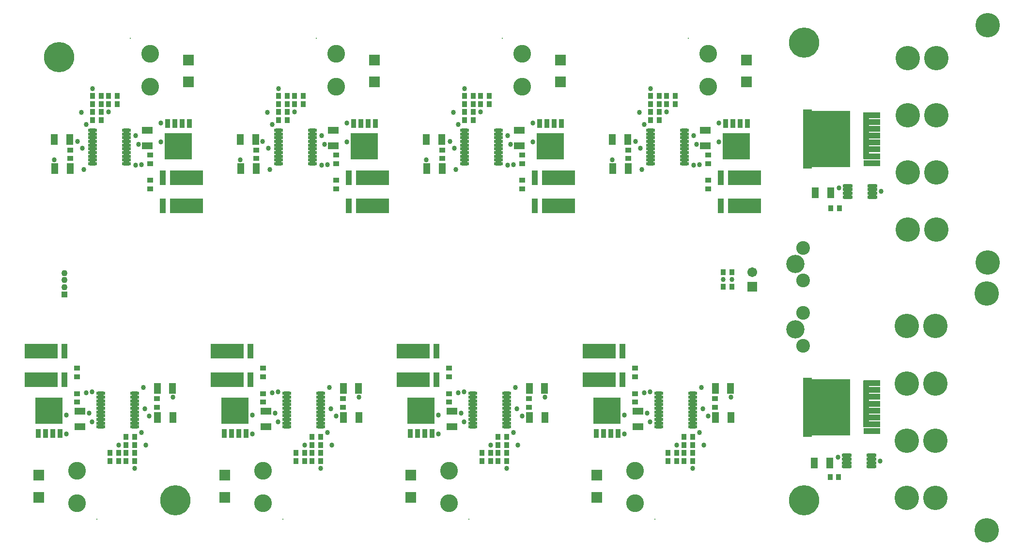
<source format=gts>
G04 Layer_Color=8388736*
%FSLAX25Y25*%
%MOIN*%
G70*
G01*
G75*
%ADD45R,0.03595X0.06202*%
%ADD46R,0.18595X0.18280*%
%ADD47R,0.05131X0.07493*%
%ADD48R,0.07493X0.05131*%
%ADD49R,0.07375X0.07316*%
%ADD50R,0.03556X0.04343*%
%ADD51R,0.04343X0.03556*%
%ADD52R,0.14800X0.39000*%
%ADD53R,0.11824X0.03950*%
%ADD54R,0.22847X0.10406*%
%ADD55R,0.04304X0.10406*%
%ADD56O,0.07099X0.02572*%
%ADD57O,0.06312X0.02572*%
%ADD58R,0.15367X0.38989*%
%ADD59R,0.06312X0.40564*%
%ADD60R,0.03950X0.32296*%
%ADD61C,0.04343*%
%ADD62R,0.04343X0.04343*%
%ADD63C,0.12205*%
%ADD64C,0.00800*%
%ADD65C,0.16800*%
%ADD66C,0.06706*%
%ADD67R,0.06706X0.06706*%
%ADD68C,0.20800*%
%ADD69C,0.09461*%
%ADD70C,0.12611*%
%ADD71C,0.03400*%
D45*
X472500Y394272D02*
D03*
X467500D02*
D03*
X462500D02*
D03*
X457500D02*
D03*
X600500D02*
D03*
X595500D02*
D03*
X590500D02*
D03*
X585500D02*
D03*
X728500D02*
D03*
X723500D02*
D03*
X718500D02*
D03*
X713500D02*
D03*
X240500Y180728D02*
D03*
X245500D02*
D03*
X250500D02*
D03*
X255500D02*
D03*
X624500D02*
D03*
X629500D02*
D03*
X634500D02*
D03*
X639500D02*
D03*
X496500D02*
D03*
X501500D02*
D03*
X506500D02*
D03*
X511500D02*
D03*
X368500D02*
D03*
X373500D02*
D03*
X378500D02*
D03*
X383500D02*
D03*
X344500Y394272D02*
D03*
X339500D02*
D03*
X334500D02*
D03*
X329500D02*
D03*
D46*
X465000Y378500D02*
D03*
X593000D02*
D03*
X721000D02*
D03*
X248000Y196500D02*
D03*
X632000D02*
D03*
X504000D02*
D03*
X376000D02*
D03*
X337000Y378500D02*
D03*
D47*
X775185Y346500D02*
D03*
X785815D02*
D03*
X774685Y160500D02*
D03*
X785315D02*
D03*
X717106Y211937D02*
D03*
X706476D02*
D03*
X589106D02*
D03*
X578476D02*
D03*
X461106D02*
D03*
X450476D02*
D03*
X333106D02*
D03*
X322476D02*
D03*
X251894Y363063D02*
D03*
X262524D02*
D03*
X379894D02*
D03*
X390524D02*
D03*
X507894D02*
D03*
X518524D02*
D03*
X635894D02*
D03*
X646524D02*
D03*
X717421Y191937D02*
D03*
X706791D02*
D03*
X589421D02*
D03*
X578791D02*
D03*
X461421D02*
D03*
X450791D02*
D03*
X333421D02*
D03*
X322791D02*
D03*
X251579Y383063D02*
D03*
X262209D02*
D03*
X379579D02*
D03*
X390209D02*
D03*
X507579D02*
D03*
X518209D02*
D03*
X635579D02*
D03*
X646209D02*
D03*
D48*
X653291Y196158D02*
D03*
Y185528D02*
D03*
X525291Y196158D02*
D03*
Y185528D02*
D03*
X397291Y196158D02*
D03*
Y185528D02*
D03*
X269291Y196158D02*
D03*
Y185528D02*
D03*
X315709Y378842D02*
D03*
Y389472D02*
D03*
X443709Y378842D02*
D03*
Y389472D02*
D03*
X571709Y378842D02*
D03*
Y389472D02*
D03*
X699709Y378842D02*
D03*
Y389472D02*
D03*
D49*
X625000Y137000D02*
D03*
Y152079D02*
D03*
X497000Y137000D02*
D03*
Y152079D02*
D03*
X369000Y137000D02*
D03*
Y152079D02*
D03*
X241000Y137000D02*
D03*
Y152079D02*
D03*
X344000Y438000D02*
D03*
Y422921D02*
D03*
X472000Y438000D02*
D03*
Y422921D02*
D03*
X600000Y438000D02*
D03*
Y422921D02*
D03*
X728000Y438000D02*
D03*
Y422921D02*
D03*
D50*
X679953Y167421D02*
D03*
X674047D02*
D03*
X551953D02*
D03*
X546047D02*
D03*
X423953D02*
D03*
X418047D02*
D03*
X295953D02*
D03*
X290047D02*
D03*
X289047Y407579D02*
D03*
X294953D02*
D03*
X417047D02*
D03*
X422953D02*
D03*
X545047D02*
D03*
X550953D02*
D03*
X673047D02*
D03*
X678953D02*
D03*
X679953Y161921D02*
D03*
X674047D02*
D03*
X551953D02*
D03*
X546047D02*
D03*
X423953D02*
D03*
X418047D02*
D03*
X295953D02*
D03*
X290047D02*
D03*
X289047Y413079D02*
D03*
X294953D02*
D03*
X417047D02*
D03*
X422953D02*
D03*
X545047D02*
D03*
X550953D02*
D03*
X673047D02*
D03*
X678953D02*
D03*
X690906Y161921D02*
D03*
X685000D02*
D03*
X562906D02*
D03*
X557000D02*
D03*
X434905D02*
D03*
X429000D02*
D03*
X306906D02*
D03*
X301000D02*
D03*
X278095Y413079D02*
D03*
X284000D02*
D03*
X406095D02*
D03*
X412000D02*
D03*
X534094D02*
D03*
X540000D02*
D03*
X662094D02*
D03*
X668000D02*
D03*
X690906Y167421D02*
D03*
X685000D02*
D03*
X562906D02*
D03*
X557000D02*
D03*
X434905D02*
D03*
X429000D02*
D03*
X306906D02*
D03*
X301000D02*
D03*
X278095Y407579D02*
D03*
X284000D02*
D03*
X406095D02*
D03*
X412000D02*
D03*
X534094D02*
D03*
X540000D02*
D03*
X662094D02*
D03*
X668000D02*
D03*
X690906Y178421D02*
D03*
X685000D02*
D03*
X562906D02*
D03*
X557000D02*
D03*
X434905D02*
D03*
X429000D02*
D03*
X306906D02*
D03*
X301000D02*
D03*
X278095Y396579D02*
D03*
X284000D02*
D03*
X406095D02*
D03*
X412000D02*
D03*
X534094D02*
D03*
X540000D02*
D03*
X662094D02*
D03*
X668000D02*
D03*
X690906Y172921D02*
D03*
X685000D02*
D03*
X562906D02*
D03*
X557000D02*
D03*
X434905D02*
D03*
X429000D02*
D03*
X306906D02*
D03*
X301000D02*
D03*
X278095Y402079D02*
D03*
X284000D02*
D03*
X406095D02*
D03*
X412000D02*
D03*
X534094D02*
D03*
X540000D02*
D03*
X662094D02*
D03*
X668000D02*
D03*
X791953Y336000D02*
D03*
X786047D02*
D03*
X791453Y151000D02*
D03*
X785547D02*
D03*
X717953Y292000D02*
D03*
X712047D02*
D03*
X712047Y282000D02*
D03*
X717953D02*
D03*
D51*
X651291Y208295D02*
D03*
Y202390D02*
D03*
X523291Y208295D02*
D03*
Y202390D02*
D03*
X395291Y208295D02*
D03*
Y202390D02*
D03*
X267291Y208295D02*
D03*
Y202390D02*
D03*
X317709Y366705D02*
D03*
Y372610D02*
D03*
X445709Y366705D02*
D03*
Y372610D02*
D03*
X573709Y366705D02*
D03*
Y372610D02*
D03*
X701709Y366705D02*
D03*
Y372610D02*
D03*
X651291Y225795D02*
D03*
Y219890D02*
D03*
X523291Y225795D02*
D03*
Y219890D02*
D03*
X395291Y225795D02*
D03*
Y219890D02*
D03*
X267291Y225795D02*
D03*
Y219890D02*
D03*
X317709Y349205D02*
D03*
Y355110D02*
D03*
X445709Y349205D02*
D03*
Y355110D02*
D03*
X573709Y349205D02*
D03*
Y355110D02*
D03*
X701709Y349205D02*
D03*
Y355110D02*
D03*
X706291Y198984D02*
D03*
Y204890D02*
D03*
X578291Y198984D02*
D03*
Y204890D02*
D03*
X450291Y198984D02*
D03*
Y204890D02*
D03*
X322291Y198984D02*
D03*
Y204890D02*
D03*
X262709Y376016D02*
D03*
Y370110D02*
D03*
X390709Y376016D02*
D03*
Y370110D02*
D03*
X518709Y376016D02*
D03*
Y370110D02*
D03*
X646709Y376016D02*
D03*
Y370110D02*
D03*
D52*
X778539Y383500D02*
D03*
Y199000D02*
D03*
D53*
X814167Y381138D02*
D03*
Y385862D02*
D03*
Y390587D02*
D03*
Y395311D02*
D03*
Y400035D02*
D03*
Y376413D02*
D03*
Y371689D02*
D03*
Y366965D02*
D03*
Y182465D02*
D03*
Y187189D02*
D03*
Y191913D02*
D03*
Y215535D02*
D03*
Y210811D02*
D03*
Y206087D02*
D03*
Y201362D02*
D03*
Y196638D02*
D03*
D54*
X626500Y237528D02*
D03*
Y218000D02*
D03*
X498500Y237528D02*
D03*
Y218000D02*
D03*
X370500Y237528D02*
D03*
Y218000D02*
D03*
X242500Y237528D02*
D03*
Y218000D02*
D03*
X342500Y337472D02*
D03*
Y357000D02*
D03*
X470500Y337472D02*
D03*
Y357000D02*
D03*
X598500Y337472D02*
D03*
Y357000D02*
D03*
X726500Y337472D02*
D03*
Y357000D02*
D03*
D55*
X642779Y237528D02*
D03*
Y218000D02*
D03*
X514780Y237528D02*
D03*
Y218000D02*
D03*
X386779Y237528D02*
D03*
Y218000D02*
D03*
X258780Y237528D02*
D03*
Y218000D02*
D03*
X326220Y337472D02*
D03*
Y357000D02*
D03*
X454220Y337472D02*
D03*
Y357000D02*
D03*
X582221Y337472D02*
D03*
Y357000D02*
D03*
X710220Y337472D02*
D03*
Y357000D02*
D03*
D56*
X797535Y351339D02*
D03*
Y348780D02*
D03*
Y346220D02*
D03*
Y343661D02*
D03*
X814465Y351339D02*
D03*
Y348780D02*
D03*
Y346220D02*
D03*
Y343661D02*
D03*
X797035Y165839D02*
D03*
Y163279D02*
D03*
Y160721D02*
D03*
Y158161D02*
D03*
X813965Y165839D02*
D03*
Y163279D02*
D03*
Y160721D02*
D03*
Y158161D02*
D03*
D57*
X667677Y208453D02*
D03*
Y205894D02*
D03*
Y203335D02*
D03*
Y200776D02*
D03*
Y198216D02*
D03*
Y195658D02*
D03*
Y193098D02*
D03*
Y190539D02*
D03*
Y187980D02*
D03*
Y185421D02*
D03*
X690906Y208453D02*
D03*
Y205894D02*
D03*
Y203335D02*
D03*
Y200776D02*
D03*
Y198216D02*
D03*
Y195658D02*
D03*
Y193098D02*
D03*
Y190539D02*
D03*
Y187980D02*
D03*
Y185421D02*
D03*
X539677Y208453D02*
D03*
Y205894D02*
D03*
Y203335D02*
D03*
Y200776D02*
D03*
Y198216D02*
D03*
Y195658D02*
D03*
Y193098D02*
D03*
Y190539D02*
D03*
Y187980D02*
D03*
Y185421D02*
D03*
X562906Y208453D02*
D03*
Y205894D02*
D03*
Y203335D02*
D03*
Y200776D02*
D03*
Y198216D02*
D03*
Y195658D02*
D03*
Y193098D02*
D03*
Y190539D02*
D03*
Y187980D02*
D03*
Y185421D02*
D03*
X411677Y208453D02*
D03*
Y205894D02*
D03*
Y203335D02*
D03*
Y200776D02*
D03*
Y198216D02*
D03*
Y195658D02*
D03*
Y193098D02*
D03*
Y190539D02*
D03*
Y187980D02*
D03*
Y185421D02*
D03*
X434905Y208453D02*
D03*
Y205894D02*
D03*
Y203335D02*
D03*
Y200776D02*
D03*
Y198216D02*
D03*
Y195658D02*
D03*
Y193098D02*
D03*
Y190539D02*
D03*
Y187980D02*
D03*
Y185421D02*
D03*
X283677Y208453D02*
D03*
Y205894D02*
D03*
Y203335D02*
D03*
Y200776D02*
D03*
Y198216D02*
D03*
Y195658D02*
D03*
Y193098D02*
D03*
Y190539D02*
D03*
Y187980D02*
D03*
Y185421D02*
D03*
X306906Y208453D02*
D03*
Y205894D02*
D03*
Y203335D02*
D03*
Y200776D02*
D03*
Y198216D02*
D03*
Y195658D02*
D03*
Y193098D02*
D03*
Y190539D02*
D03*
Y187980D02*
D03*
Y185421D02*
D03*
X301323Y366547D02*
D03*
Y369106D02*
D03*
Y371665D02*
D03*
Y374224D02*
D03*
Y376783D02*
D03*
Y379343D02*
D03*
Y381902D02*
D03*
Y384461D02*
D03*
Y387020D02*
D03*
Y389579D02*
D03*
X278095Y366547D02*
D03*
Y369106D02*
D03*
Y371665D02*
D03*
Y374224D02*
D03*
Y376783D02*
D03*
Y379343D02*
D03*
Y381902D02*
D03*
Y384461D02*
D03*
Y387020D02*
D03*
Y389579D02*
D03*
X429323Y366547D02*
D03*
Y369106D02*
D03*
Y371665D02*
D03*
Y374224D02*
D03*
Y376783D02*
D03*
Y379343D02*
D03*
Y381902D02*
D03*
Y384461D02*
D03*
Y387020D02*
D03*
Y389579D02*
D03*
X406095Y366547D02*
D03*
Y369106D02*
D03*
Y371665D02*
D03*
Y374224D02*
D03*
Y376783D02*
D03*
Y379343D02*
D03*
Y381902D02*
D03*
Y384461D02*
D03*
Y387020D02*
D03*
Y389579D02*
D03*
X557323Y366547D02*
D03*
Y369106D02*
D03*
Y371665D02*
D03*
Y374224D02*
D03*
Y376783D02*
D03*
Y379343D02*
D03*
Y381902D02*
D03*
Y384461D02*
D03*
Y387020D02*
D03*
Y389579D02*
D03*
X534094Y366547D02*
D03*
Y369106D02*
D03*
Y371665D02*
D03*
Y374224D02*
D03*
Y376783D02*
D03*
Y379343D02*
D03*
Y381902D02*
D03*
Y384461D02*
D03*
Y387020D02*
D03*
Y389579D02*
D03*
X685323Y366547D02*
D03*
Y369106D02*
D03*
Y371665D02*
D03*
Y374224D02*
D03*
Y376783D02*
D03*
Y379343D02*
D03*
Y381902D02*
D03*
Y384461D02*
D03*
Y387020D02*
D03*
Y389579D02*
D03*
X662094Y366547D02*
D03*
Y369106D02*
D03*
Y371665D02*
D03*
Y374224D02*
D03*
Y376783D02*
D03*
Y379343D02*
D03*
Y381902D02*
D03*
Y384461D02*
D03*
Y387020D02*
D03*
Y389579D02*
D03*
D58*
X791532Y383500D02*
D03*
Y199000D02*
D03*
D59*
X770075Y383500D02*
D03*
Y199000D02*
D03*
D60*
X810232Y385862D02*
D03*
Y201362D02*
D03*
D61*
X258780Y291342D02*
D03*
Y286421D02*
D03*
Y281500D02*
D03*
D62*
Y276579D02*
D03*
D63*
X395291Y155378D02*
D03*
Y132937D02*
D03*
X651291Y155378D02*
D03*
Y132937D02*
D03*
X523291Y155378D02*
D03*
Y132937D02*
D03*
X267291Y155378D02*
D03*
Y132937D02*
D03*
X317709Y419622D02*
D03*
Y442063D02*
D03*
X445709Y419622D02*
D03*
Y442063D02*
D03*
X573709Y419622D02*
D03*
Y442063D02*
D03*
X701709Y419622D02*
D03*
Y442063D02*
D03*
D64*
X408992Y122031D02*
D03*
X664992D02*
D03*
X536992D02*
D03*
X280992D02*
D03*
X304008Y452969D02*
D03*
X432008D02*
D03*
X560008D02*
D03*
X688008D02*
D03*
D65*
X893933Y461799D02*
D03*
Y298571D02*
D03*
X858500Y439240D02*
D03*
X838815D02*
D03*
Y399870D02*
D03*
X858500D02*
D03*
Y360500D02*
D03*
X838815D02*
D03*
Y321130D02*
D03*
X858500D02*
D03*
X893433Y277299D02*
D03*
Y114071D02*
D03*
X858000Y254740D02*
D03*
X838315D02*
D03*
Y215370D02*
D03*
X858000D02*
D03*
Y176000D02*
D03*
X838315D02*
D03*
Y136630D02*
D03*
X858000D02*
D03*
D66*
X732000Y292000D02*
D03*
D67*
Y282000D02*
D03*
D68*
X255000Y440000D02*
D03*
X335000Y135000D02*
D03*
X767500D02*
D03*
Y450000D02*
D03*
D69*
X767000Y263779D02*
D03*
Y241339D02*
D03*
Y308661D02*
D03*
Y286221D02*
D03*
D70*
X761724Y252559D02*
D03*
Y297441D02*
D03*
D71*
X696906Y212421D02*
D03*
X267500Y382000D02*
D03*
X395000D02*
D03*
X317000Y193000D02*
D03*
X712000Y287000D02*
D03*
X272094Y362579D02*
D03*
X271094Y377079D02*
D03*
X273500Y393500D02*
D03*
X325000Y394500D02*
D03*
X311500Y366000D02*
D03*
X325000Y381500D02*
D03*
X307500Y385974D02*
D03*
Y365500D02*
D03*
X270291Y402000D02*
D03*
X278000Y418079D02*
D03*
X289000Y402079D02*
D03*
X309500Y380000D02*
D03*
X251594Y369079D02*
D03*
X400095Y362579D02*
D03*
X399095Y377079D02*
D03*
X401500Y393500D02*
D03*
X453000Y394500D02*
D03*
X439500Y366000D02*
D03*
X453000Y381500D02*
D03*
X435500Y385974D02*
D03*
Y365500D02*
D03*
X398291Y402000D02*
D03*
X406000Y418079D02*
D03*
X417000Y402079D02*
D03*
X437500Y380000D02*
D03*
X379594Y369079D02*
D03*
X528094Y362579D02*
D03*
X527095Y377079D02*
D03*
X529500Y393500D02*
D03*
X581000Y394500D02*
D03*
X567500Y366000D02*
D03*
X581000Y381500D02*
D03*
X563500Y385974D02*
D03*
Y365500D02*
D03*
X526291Y402000D02*
D03*
X534000Y418079D02*
D03*
X545000Y402079D02*
D03*
X565500Y380000D02*
D03*
X524000Y382000D02*
D03*
X507594Y369079D02*
D03*
X656095Y362579D02*
D03*
X655094Y377079D02*
D03*
X657500Y393500D02*
D03*
X695500Y366000D02*
D03*
X709000Y394500D02*
D03*
X691500Y385974D02*
D03*
X709000Y381500D02*
D03*
X691500Y365500D02*
D03*
X654291Y402000D02*
D03*
X662000Y418079D02*
D03*
X673000Y402079D02*
D03*
X693500Y380000D02*
D03*
X651500Y382000D02*
D03*
X635595Y369079D02*
D03*
X312906Y212421D02*
D03*
X313906Y197921D02*
D03*
X311500Y181500D02*
D03*
X273500Y209000D02*
D03*
X260000Y180500D02*
D03*
X277500Y189026D02*
D03*
X260000Y193500D02*
D03*
X277500Y209500D02*
D03*
X314709Y173000D02*
D03*
X307000Y156921D02*
D03*
X296000Y172921D02*
D03*
X275500Y195000D02*
D03*
X333405Y205921D02*
D03*
X440906Y212421D02*
D03*
X441905Y197921D02*
D03*
X439500Y181500D02*
D03*
X401500Y209000D02*
D03*
X388000Y180500D02*
D03*
X405500Y189026D02*
D03*
X388000Y193500D02*
D03*
X405500Y209500D02*
D03*
X442709Y173000D02*
D03*
X435000Y156921D02*
D03*
X424000Y172921D02*
D03*
X403500Y195000D02*
D03*
X445500Y193000D02*
D03*
X461406Y205921D02*
D03*
X697905Y197921D02*
D03*
X695500Y181500D02*
D03*
X657500Y209000D02*
D03*
X644000Y180500D02*
D03*
X661500Y189026D02*
D03*
X644000Y193500D02*
D03*
X661500Y209500D02*
D03*
X698709Y173000D02*
D03*
X691000Y156921D02*
D03*
X680000Y172921D02*
D03*
X659500Y195000D02*
D03*
X701500Y193000D02*
D03*
X717406Y205921D02*
D03*
X533500Y209500D02*
D03*
X568905Y212421D02*
D03*
X569906Y197921D02*
D03*
X567500Y181500D02*
D03*
X529500Y209000D02*
D03*
X516000Y180500D02*
D03*
X533500Y189026D02*
D03*
X516000Y193500D02*
D03*
X570709Y173000D02*
D03*
X563000Y156921D02*
D03*
X552000Y172921D02*
D03*
X531500Y195000D02*
D03*
X573500Y193000D02*
D03*
X589405Y205921D02*
D03*
X820000Y162000D02*
D03*
X791000Y164500D02*
D03*
X791500Y350000D02*
D03*
X820500Y347500D02*
D03*
X718000Y287000D02*
D03*
M02*

</source>
